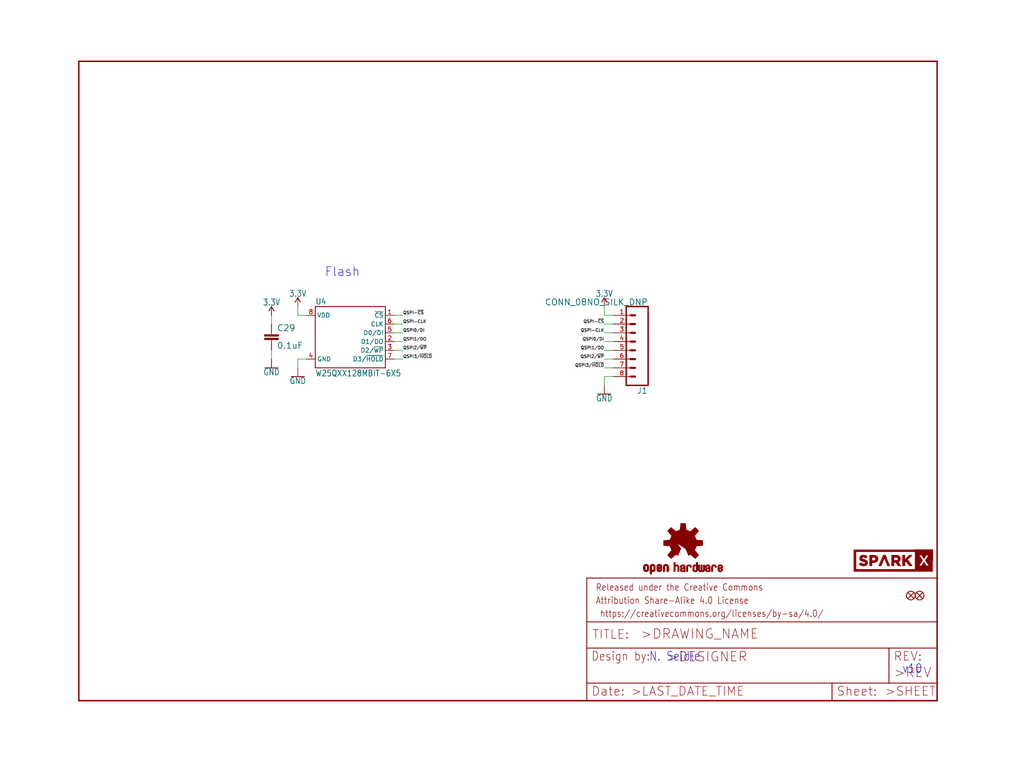
<source format=kicad_sch>
(kicad_sch (version 20211123) (generator eeschema)
  (paper "User" 297.002 223.926)
  (lib_symbols
    (symbol "eagleSchem-eagle-import:0.1UF-0603-25V-(+80{slash}-20%)"
      (property "Reference" "C" (at 1.524 2.921 0))
      (property "Value" "0.1UF-0603-25V-(+80{slash}-20%)" (at 1.524 -2.159 0))
      (symbol "0.1UF-0603-25V-(+80{slash}-20%)_1_0"
        (pin passive line (at 0 5.08 270) (length 2.54) (name "1") (number "1"))
        (pin passive line (at 0 -2.54 90) (length 2.54) (name "2") (number "2"))
      )
    )
    (symbol "eagleSchem-eagle-import:3.3V" (power)
      (property "Value" "3.3V" (at 0 2.794 0))
      (symbol "3.3V_1_0"
        (pin power_in line (at 0 0 90) (length 2.54) (name "3.3V") (number "1"))
      )
    )
    (symbol "eagleSchem-eagle-import:CONN_08NO_SILK_DNP"
      (property "Reference" "J" (at -5.08 13.208 0))
      (property "Value" "CONN_08NO_SILK_DNP" (at -5.08 -12.446 0))
      (symbol "CONN_08NO_SILK_DNP_1_0"
        (pin passive line (at 5.08 -7.62 180) (length 5.08) (name "1") (number "1"))
        (pin passive line (at 5.08 -5.08 180) (length 5.08) (name "2") (number "2"))
        (pin passive line (at 5.08 -2.54 180) (length 5.08) (name "3") (number "3"))
        (pin passive line (at 5.08 0 180) (length 5.08) (name "4") (number "4"))
        (pin passive line (at 5.08 2.54 180) (length 5.08) (name "5") (number "5"))
        (pin passive line (at 5.08 5.08 180) (length 5.08) (name "6") (number "6"))
        (pin passive line (at 5.08 7.62 180) (length 5.08) (name "7") (number "7"))
        (pin passive line (at 5.08 10.16 180) (length 5.08) (name "8") (number "8"))
      )
    )
    (symbol "eagleSchem-eagle-import:FIDUCIALUFIDUCIAL")
    (symbol "eagleSchem-eagle-import:FRAME-LETTER"
      (symbol "FRAME-LETTER_2_0"
        (text " https://creativecommons.org/licenses/by-sa/4.0/" (at 2.54 24.13 0) (effects (font (size 1.9304 1.6408)) (justify left bottom)))
        (text ">DESIGNER" (at 23.114 11.176 0) (effects (font (size 2.7432 2.7432)) (justify left bottom)))
        (text ">DRAWING_NAME" (at 15.494 17.78 0) (effects (font (size 2.7432 2.7432)) (justify left bottom)))
        (text ">LAST_DATE_TIME" (at 12.7 1.27 0) (effects (font (size 2.54 2.54)) (justify left bottom)))
        (text ">REV" (at 88.9 6.604 0) (effects (font (size 2.7432 2.7432)) (justify left bottom)))
        (text ">SHEET" (at 86.36 1.27 0) (effects (font (size 2.54 2.54)) (justify left bottom)))
        (text "Attribution Share-Alike 4.0 License" (at 2.54 27.94 0) (effects (font (size 1.9304 1.6408)) (justify left bottom)))
        (text "Date:" (at 1.27 1.27 0) (effects (font (size 2.54 2.54)) (justify left bottom)))
        (text "Design by:" (at 1.27 11.43 0) (effects (font (size 2.54 2.159)) (justify left bottom)))
        (text "Released under the Creative Commons" (at 2.54 31.75 0) (effects (font (size 1.9304 1.6408)) (justify left bottom)))
        (text "REV:" (at 88.9 11.43 0) (effects (font (size 2.54 2.54)) (justify left bottom)))
        (text "Sheet:" (at 72.39 1.27 0) (effects (font (size 2.54 2.54)) (justify left bottom)))
        (text "TITLE:" (at 1.524 17.78 0) (effects (font (size 2.54 2.54)) (justify left bottom)))
      )
    )
    (symbol "eagleSchem-eagle-import:GND" (power)
      (property "Value" "GND" (at 0 -0.254 0))
      (symbol "GND_1_0"
        (pin power_in line (at 0 2.54 270) (length 2.54) (name "GND") (number "1"))
      )
    )
    (symbol "eagleSchem-eagle-import:OSHW-LOGONO_SILK")
    (symbol "eagleSchem-eagle-import:SPARKX-LOGO4")
    (symbol "eagleSchem-eagle-import:W25QXX128MBIT-6X5-SKINNY_CENTER"
      (property "Reference" "U" (at -10.16 8.128 0))
      (property "Value" "W25QXX128MBIT-6X5-SKINNY_CENTER" (at -10.16 -12.7 0))
      (symbol "W25QXX128MBIT-6X5-SKINNY_CENTER_1_0"
        (pin bidirectional line (at 12.7 5.08 180) (length 2.54) (name "~{CS}") (number "1"))
        (pin bidirectional line (at 12.7 -2.54 180) (length 2.54) (name "D1/DO") (number "2"))
        (pin bidirectional line (at 12.7 -5.08 180) (length 2.54) (name "D2/~{WP}") (number "3"))
        (pin bidirectional line (at -12.7 -7.62 0) (length 2.54) (name "GND") (number "4"))
        (pin bidirectional line (at 12.7 0 180) (length 2.54) (name "D0/DI") (number "5"))
        (pin bidirectional line (at 12.7 2.54 180) (length 2.54) (name "CLK") (number "6"))
        (pin bidirectional line (at 12.7 -7.62 180) (length 2.54) (name "D3/~{HOLD}") (number "7"))
        (pin bidirectional line (at -12.7 5.08 0) (length 2.54) (name "VDD") (number "8"))
      )
    )
  )
  (wire (pts (xy 177.8 104.14) (xy 175.26 104.14)))
  (wire (pts (xy 114.3 104.14) (xy 116.84 104.14)))
  (wire (pts (xy 177.8 106.68) (xy 175.26 106.68)))
  (wire (pts (xy 88.9 104.14) (xy 86.36 104.14)))
  (wire (pts (xy 114.3 101.6) (xy 116.84 101.6)))
  (wire (pts (xy 78.74 91.44) (xy 78.74 93.98)))
  (wire (pts (xy 86.36 91.44) (xy 86.36 88.9)))
  (wire (pts (xy 177.8 91.44) (xy 175.26 91.44)))
  (wire (pts (xy 177.8 101.6) (xy 175.26 101.6)))
  (wire (pts (xy 175.26 91.44) (xy 175.26 88.9)))
  (wire (pts (xy 177.8 99.06) (xy 175.26 99.06)))
  (wire (pts (xy 114.3 96.52) (xy 116.84 96.52)))
  (wire (pts (xy 175.26 109.22) (xy 175.26 111.76)))
  (wire (pts (xy 78.74 104.14) (xy 78.74 101.6)))
  (wire (pts (xy 177.8 109.22) (xy 175.26 109.22)))
  (wire (pts (xy 177.8 96.52) (xy 175.26 96.52)))
  (wire (pts (xy 88.9 91.44) (xy 86.36 91.44)))
  (wire (pts (xy 114.3 99.06) (xy 116.84 99.06)))
  (wire (pts (xy 177.8 93.98) (xy 175.26 93.98)))
  (wire (pts (xy 86.36 104.14) (xy 86.36 106.68)))
  (wire (pts (xy 114.3 91.44) (xy 116.84 91.44)))
  (wire (pts (xy 114.3 93.98) (xy 116.84 93.98)))
  (text "N. Seidle" (at 188.214 192.024 180) (effects (font (size 2.54 2.159)) (justify left bottom)))
  (text "v10" (at 261.62 195.58 180) (effects (font (size 2.54 2.159)) (justify left bottom)))
  (text "Flash" (at 99.314 78.994 180) (effects (font (size 2.54 2.54))))
  (label "QSPI2/~{WP}" (at 175.26 104.14 180) (effects (font (size 0.889 0.889))))
  (label "QSPI3/~{HOLD}" (at 116.84 104.14 0) (effects (font (size 0.889 0.889))))
  (label "QSPI-CLK" (at 116.84 93.98 0) (effects (font (size 0.889 0.889))))
  (label "QSPI3/~{HOLD}" (at 175.26 106.68 180) (effects (font (size 0.889 0.889))))
  (label "QSPI-~{CS}" (at 116.84 91.44 0) (effects (font (size 0.889 0.889))))
  (label "QSPI-~{CS}" (at 175.26 93.98 180) (effects (font (size 0.889 0.889))))
  (label "QSPI-CLK" (at 175.26 96.52 180) (effects (font (size 0.889 0.889))))
  (label "QSPI0/DI" (at 175.26 99.06 180) (effects (font (size 0.889 0.889))))
  (label "QSPI0/DI" (at 116.84 96.52 0) (effects (font (size 0.889 0.889))))
  (label "QSPI2/~{WP}" (at 116.84 101.6 0) (effects (font (size 0.889 0.889))))
  (label "QSPI1/DO" (at 175.26 101.6 180) (effects (font (size 0.889 0.889))))
  (label "QSPI1/DO" (at 116.84 99.06 0) (effects (font (size 0.889 0.889))))
  (symbol (lib_id "eagleSchem-eagle-import:3.3V") (at 175.26 88.9 0) (unit 1)
    (property "Reference" "#SUPPLY1" (effects hide))
    (property "Value" "3.3V" (at 175.26 86.106 0) (effects (font (size 1.778 1.5113)) (justify bottom)))
    (property "Footprint" "eagleSchem:" (effects hide))
  )
  (symbol (lib_id "eagleSchem-eagle-import:FIDUCIALUFIDUCIAL") (at 264.16 172.72 0) (unit 1)
    (property "Reference" "FD1" (effects hide))
    (property "Value" "FIDUCIALUFIDUCIAL" (effects hide))
    (property "Footprint" "eagleSchem:FIDUCIAL-MICRO" (effects hide))
  )
  (symbol (lib_id "eagleSchem-eagle-import:0.1UF-0603-25V-(+80{slash}-20%)") (at 78.74 99.06 0) (unit 1)
    (property "Reference" "C29" (at 80.264 96.139 0) (effects (font (size 1.778 1.778)) (justify left bottom)))
    (property "Value" "0.1uF" (at 80.264 101.219 0) (effects (font (size 1.778 1.778)) (justify left bottom)))
    (property "Footprint" "eagleSchem:0603" (effects hide))
  )
  (symbol (lib_id "eagleSchem-eagle-import:3.3V") (at 86.36 88.9 0) (unit 1)
    (property "Reference" "#SUPPLY2" (effects hide))
    (property "Value" "3.3V" (at 86.36 86.106 0) (effects (font (size 1.778 1.5113)) (justify bottom)))
    (property "Footprint" "eagleSchem:" (effects hide))
  )
  (symbol (lib_id "eagleSchem-eagle-import:SPARKX-LOGO4") (at 259.08 162.56 0) (unit 1)
    (property "Reference" "U$3" (effects hide))
    (property "Value" "SPARKX-LOGO4" (effects hide))
    (property "Footprint" "eagleSchem:SPARKX-MEDIUM" (effects hide))
  )
  (symbol (lib_id "eagleSchem-eagle-import:GND") (at 86.36 109.22 0) (unit 1)
    (property "Reference" "#GND17" (effects hide))
    (property "Value" "GND" (at 86.36 109.474 0) (effects (font (size 1.778 1.5113)) (justify top)))
    (property "Footprint" "eagleSchem:" (effects hide))
  )
  (symbol (lib_id "eagleSchem-eagle-import:FIDUCIALUFIDUCIAL") (at 266.7 172.72 0) (unit 1)
    (property "Reference" "FD2" (effects hide))
    (property "Value" "FIDUCIALUFIDUCIAL" (effects hide))
    (property "Footprint" "eagleSchem:FIDUCIAL-MICRO" (effects hide))
  )
  (symbol (lib_id "eagleSchem-eagle-import:CONN_08NO_SILK_DNP") (at 182.88 99.06 180) (unit 1)
    (property "Reference" "J1" (at 187.96 112.268 0) (effects (font (size 1.778 1.778)) (justify left bottom)))
    (property "Value" "CONN_08NO_SILK_DNP" (at 187.96 86.614 0) (effects (font (size 1.778 1.778)) (justify left bottom)))
    (property "Footprint" "eagleSchem:1X08_NO_SILK" (effects hide))
  )
  (symbol (lib_id "eagleSchem-eagle-import:W25QXX128MBIT-6X5-SKINNY_CENTER") (at 101.6 96.52 0) (unit 1)
    (property "Reference" "U4" (at 91.44 88.392 0) (effects (font (size 1.778 1.5113)) (justify left bottom)))
    (property "Value" "W25QXX128MBIT-6X5" (at 91.44 109.22 0) (effects (font (size 1.778 1.5113)) (justify left bottom)))
    (property "Footprint" "eagleSchem:WSON-8-6X5-SKINNY_CENTERPAD" (effects hide))
  )
  (symbol (lib_id "eagleSchem-eagle-import:3.3V") (at 78.74 91.44 0) (unit 1)
    (property "Reference" "#SUPPLY3" (effects hide))
    (property "Value" "3.3V" (at 78.74 88.646 0) (effects (font (size 1.778 1.5113)) (justify bottom)))
    (property "Footprint" "eagleSchem:" (effects hide))
  )
  (symbol (lib_id "eagleSchem-eagle-import:GND") (at 175.26 114.3 0) (unit 1)
    (property "Reference" "#GND1" (effects hide))
    (property "Value" "GND" (at 175.26 114.554 0) (effects (font (size 1.778 1.5113)) (justify top)))
    (property "Footprint" "eagleSchem:" (effects hide))
  )
  (symbol (lib_id "eagleSchem-eagle-import:OSHW-LOGONO_SILK") (at 198.12 157.48 0) (unit 1)
    (property "Reference" "LOGO2" (effects hide))
    (property "Value" "OSHW-LOGONO_SILK" (effects hide))
    (property "Footprint" "eagleSchem:DUMMY" (effects hide))
  )
  (symbol (lib_id "eagleSchem-eagle-import:FRAME-LETTER") (at 170.18 203.2 0) (unit 2)
    (property "Reference" "FRAME2" (effects hide))
    (property "Value" "FRAME-LETTER" (effects hide))
    (property "Footprint" "eagleSchem:CREATIVE_COMMONS" (effects hide))
  )
  (symbol (lib_id "eagleSchem-eagle-import:FRAME-LETTER") (at 22.86 203.2 0) (unit 1)
    (property "Reference" "FRAME2" (effects hide))
    (property "Value" "FRAME-LETTER" (effects hide))
    (property "Footprint" "eagleSchem:CREATIVE_COMMONS" (effects hide))
  )
  (symbol (lib_id "eagleSchem-eagle-import:GND") (at 78.74 106.68 0) (unit 1)
    (property "Reference" "#GND10" (effects hide))
    (property "Value" "GND" (at 78.74 106.934 0) (effects (font (size 1.778 1.5113)) (justify top)))
    (property "Footprint" "eagleSchem:" (effects hide))
  )
)
</source>
